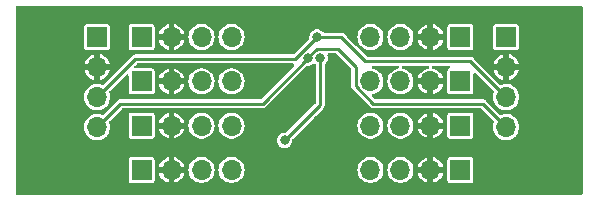
<source format=gbr>
%TF.GenerationSoftware,KiCad,Pcbnew,7.0.1*%
%TF.CreationDate,2025-01-23T23:10:33-05:00*%
%TF.ProjectId,BusChain,42757343-6861-4696-9e2e-6b696361645f,rev?*%
%TF.SameCoordinates,Original*%
%TF.FileFunction,Copper,L2,Bot*%
%TF.FilePolarity,Positive*%
%FSLAX46Y46*%
G04 Gerber Fmt 4.6, Leading zero omitted, Abs format (unit mm)*
G04 Created by KiCad (PCBNEW 7.0.1) date 2025-01-23 23:10:33*
%MOMM*%
%LPD*%
G01*
G04 APERTURE LIST*
%TA.AperFunction,ComponentPad*%
%ADD10R,1.700000X1.700000*%
%TD*%
%TA.AperFunction,ComponentPad*%
%ADD11O,1.700000X1.700000*%
%TD*%
%TA.AperFunction,ViaPad*%
%ADD12C,0.800000*%
%TD*%
%TA.AperFunction,Conductor*%
%ADD13C,0.250000*%
%TD*%
G04 APERTURE END LIST*
D10*
%TO.P,J7,1,Pin_1*%
%TO.N,/VCC*%
X57650000Y-29650000D03*
D11*
%TO.P,J7,2,Pin_2*%
%TO.N,GND*%
X55110000Y-29650000D03*
%TO.P,J7,3,Pin_3*%
%TO.N,/SD5*%
X52570000Y-29650000D03*
%TO.P,J7,4,Pin_4*%
%TO.N,/SC5*%
X50030000Y-29650000D03*
%TD*%
D10*
%TO.P,J4,1,Pin_1*%
%TO.N,/VCC*%
X30650000Y-29650000D03*
D11*
%TO.P,J4,2,Pin_2*%
%TO.N,GND*%
X33190000Y-29650000D03*
%TO.P,J4,3,Pin_3*%
%TO.N,/SD2*%
X35730000Y-29650000D03*
%TO.P,J4,4,Pin_4*%
%TO.N,/SC2*%
X38270000Y-29650000D03*
%TD*%
D10*
%TO.P,J5,1,Pin_1*%
%TO.N,/VCC*%
X30650000Y-33400000D03*
D11*
%TO.P,J5,2,Pin_2*%
%TO.N,GND*%
X33190000Y-33400000D03*
%TO.P,J5,3,Pin_3*%
%TO.N,/SD3*%
X35730000Y-33400000D03*
%TO.P,J5,4,Pin_4*%
%TO.N,/SC3*%
X38270000Y-33400000D03*
%TD*%
D10*
%TO.P,J8,1,Pin_1*%
%TO.N,/VCC*%
X57650000Y-25900000D03*
D11*
%TO.P,J8,2,Pin_2*%
%TO.N,GND*%
X55110000Y-25900000D03*
%TO.P,J8,3,Pin_3*%
%TO.N,/SD6*%
X52570000Y-25900000D03*
%TO.P,J8,4,Pin_4*%
%TO.N,/SC6*%
X50030000Y-25900000D03*
%TD*%
D10*
%TO.P,J2,1,Pin_1*%
%TO.N,/VCC*%
X30650000Y-22150000D03*
D11*
%TO.P,J2,2,Pin_2*%
%TO.N,GND*%
X33190000Y-22150000D03*
%TO.P,J2,3,Pin_3*%
%TO.N,/SD0*%
X35730000Y-22150000D03*
%TO.P,J2,4,Pin_4*%
%TO.N,/SC0*%
X38270000Y-22150000D03*
%TD*%
D10*
%TO.P,J1,1,Pin_1*%
%TO.N,/V?*%
X26900000Y-22150000D03*
D11*
%TO.P,J1,2,Pin_2*%
%TO.N,GND*%
X26900000Y-24690000D03*
%TO.P,J1,3,Pin_3*%
%TO.N,/SDA*%
X26900000Y-27230000D03*
%TO.P,J1,4,Pin_4*%
%TO.N,/SCL*%
X26900000Y-29770000D03*
%TD*%
D10*
%TO.P,J9,1,Pin_1*%
%TO.N,/VCC*%
X57650000Y-22150000D03*
D11*
%TO.P,J9,2,Pin_2*%
%TO.N,GND*%
X55110000Y-22150000D03*
%TO.P,J9,3,Pin_3*%
%TO.N,/SD7*%
X52570000Y-22150000D03*
%TO.P,J9,4,Pin_4*%
%TO.N,/SC7*%
X50030000Y-22150000D03*
%TD*%
D10*
%TO.P,J6,1,Pin_1*%
%TO.N,/VCC*%
X57650000Y-33400000D03*
D11*
%TO.P,J6,2,Pin_2*%
%TO.N,GND*%
X55110000Y-33400000D03*
%TO.P,J6,3,Pin_3*%
%TO.N,/SD4*%
X52570000Y-33400000D03*
%TO.P,J6,4,Pin_4*%
%TO.N,/SC4*%
X50030000Y-33400000D03*
%TD*%
D10*
%TO.P,J10,1,Pin_1*%
%TO.N,/VCC*%
X61525000Y-22150000D03*
D11*
%TO.P,J10,2,Pin_2*%
%TO.N,GND*%
X61525000Y-24690000D03*
%TO.P,J10,3,Pin_3*%
%TO.N,/SDA*%
X61525000Y-27230000D03*
%TO.P,J10,4,Pin_4*%
%TO.N,/SCL*%
X61525000Y-29770000D03*
%TD*%
D10*
%TO.P,J3,1,Pin_1*%
%TO.N,/VCC*%
X30650000Y-25900000D03*
D11*
%TO.P,J3,2,Pin_2*%
%TO.N,GND*%
X33190000Y-25900000D03*
%TO.P,J3,3,Pin_3*%
%TO.N,/SD1*%
X35730000Y-25900000D03*
%TO.P,J3,4,Pin_4*%
%TO.N,/SC1*%
X38270000Y-25900000D03*
%TD*%
D12*
%TO.N,GND*%
X45602300Y-29197700D03*
X47750000Y-20750000D03*
X44977701Y-30622299D03*
X21000000Y-34500000D03*
X67250000Y-33100000D03*
X40949500Y-30601788D03*
X25500000Y-34500000D03*
X42525500Y-29015497D03*
%TO.N,Net-(JP1-B)*%
X42762701Y-30907299D03*
X45770000Y-23900000D03*
%TO.N,/SCL*%
X44770783Y-23923815D03*
%TO.N,/SDA*%
X45520000Y-22150000D03*
%TD*%
D13*
%TO.N,Net-(JP1-B)*%
X45770000Y-27900000D02*
X45770000Y-23900000D01*
X42762701Y-30907299D02*
X45770000Y-27900000D01*
%TO.N,/SCL*%
X48770000Y-26301701D02*
X50268299Y-27800000D01*
X44770783Y-23923815D02*
X44770783Y-23873912D01*
X28870000Y-27800000D02*
X40894598Y-27800000D01*
X26900000Y-29770000D02*
X28870000Y-27800000D01*
X48770000Y-24650000D02*
X48770000Y-26301701D01*
X50268299Y-27800000D02*
X59555000Y-27800000D01*
X59555000Y-27800000D02*
X61525000Y-29770000D01*
X44770783Y-23873912D02*
X45494695Y-23150000D01*
X45494695Y-23150000D02*
X47270000Y-23150000D01*
X47270000Y-23150000D02*
X48770000Y-24650000D01*
X40894598Y-27800000D02*
X44770783Y-23923815D01*
%TO.N,/SDA*%
X43600000Y-24000000D02*
X30130000Y-24000000D01*
X30130000Y-24000000D02*
X26900000Y-27230000D01*
X49600000Y-24200000D02*
X58495000Y-24200000D01*
X45520000Y-22150000D02*
X43635000Y-24035000D01*
X43635000Y-24035000D02*
X43600000Y-24000000D01*
X45520000Y-22150000D02*
X47550000Y-22150000D01*
X58495000Y-24200000D02*
X61525000Y-27230000D01*
X47550000Y-22150000D02*
X49600000Y-24200000D01*
%TD*%
%TA.AperFunction,Conductor*%
%TO.N,GND*%
G36*
X67937500Y-19517113D02*
G01*
X67982887Y-19562500D01*
X67999500Y-19624500D01*
X67999500Y-35375500D01*
X67982887Y-35437500D01*
X67937500Y-35482887D01*
X67875500Y-35499500D01*
X20124500Y-35499500D01*
X20062500Y-35482887D01*
X20017113Y-35437500D01*
X20000500Y-35375500D01*
X20000500Y-34274675D01*
X29549500Y-34274675D01*
X29564033Y-34347738D01*
X29564033Y-34347739D01*
X29564034Y-34347740D01*
X29619399Y-34430601D01*
X29702260Y-34485966D01*
X29738792Y-34493232D01*
X29775325Y-34500500D01*
X29775326Y-34500500D01*
X31524674Y-34500500D01*
X31524675Y-34500500D01*
X31549029Y-34495655D01*
X31597740Y-34485966D01*
X31680601Y-34430601D01*
X31735966Y-34347740D01*
X31750500Y-34274674D01*
X31750500Y-33650000D01*
X32117472Y-33650000D01*
X32159886Y-33799069D01*
X32250751Y-33981553D01*
X32373607Y-34144241D01*
X32524259Y-34281578D01*
X32697588Y-34388899D01*
X32887679Y-34462539D01*
X32940000Y-34472320D01*
X32940000Y-33650000D01*
X33440000Y-33650000D01*
X33440000Y-34472320D01*
X33492320Y-34462539D01*
X33682411Y-34388899D01*
X33855740Y-34281578D01*
X34006392Y-34144241D01*
X34129248Y-33981553D01*
X34220113Y-33799069D01*
X34262528Y-33650000D01*
X33440000Y-33650000D01*
X32940000Y-33650000D01*
X32117472Y-33650000D01*
X31750500Y-33650000D01*
X31750500Y-33400000D01*
X34624785Y-33400000D01*
X34643602Y-33603083D01*
X34699418Y-33799251D01*
X34790324Y-33981818D01*
X34913236Y-34144580D01*
X35063958Y-34281981D01*
X35237361Y-34389347D01*
X35237363Y-34389348D01*
X35427544Y-34463024D01*
X35628024Y-34500500D01*
X35831974Y-34500500D01*
X35831976Y-34500500D01*
X36032456Y-34463024D01*
X36222637Y-34389348D01*
X36396041Y-34281981D01*
X36546764Y-34144579D01*
X36669673Y-33981821D01*
X36669673Y-33981819D01*
X36669675Y-33981818D01*
X36715313Y-33890161D01*
X36760582Y-33799250D01*
X36816397Y-33603083D01*
X36835215Y-33400000D01*
X36835215Y-33399999D01*
X37164785Y-33399999D01*
X37183602Y-33603083D01*
X37239418Y-33799251D01*
X37330324Y-33981818D01*
X37453236Y-34144580D01*
X37603958Y-34281981D01*
X37777361Y-34389347D01*
X37777363Y-34389348D01*
X37967544Y-34463024D01*
X38168024Y-34500500D01*
X38371974Y-34500500D01*
X38371976Y-34500500D01*
X38572456Y-34463024D01*
X38762637Y-34389348D01*
X38936041Y-34281981D01*
X39086764Y-34144579D01*
X39209673Y-33981821D01*
X39209673Y-33981819D01*
X39209675Y-33981818D01*
X39255313Y-33890161D01*
X39300582Y-33799250D01*
X39356397Y-33603083D01*
X39375215Y-33400000D01*
X39375215Y-33399999D01*
X48924785Y-33399999D01*
X48943602Y-33603083D01*
X48999418Y-33799251D01*
X49090324Y-33981818D01*
X49213236Y-34144580D01*
X49363958Y-34281981D01*
X49537361Y-34389347D01*
X49537363Y-34389348D01*
X49727544Y-34463024D01*
X49928024Y-34500500D01*
X50131974Y-34500500D01*
X50131976Y-34500500D01*
X50332456Y-34463024D01*
X50522637Y-34389348D01*
X50696041Y-34281981D01*
X50846764Y-34144579D01*
X50969673Y-33981821D01*
X50969673Y-33981819D01*
X50969675Y-33981818D01*
X51015313Y-33890161D01*
X51060582Y-33799250D01*
X51116397Y-33603083D01*
X51135215Y-33400000D01*
X51135215Y-33399999D01*
X51464785Y-33399999D01*
X51483602Y-33603083D01*
X51539418Y-33799251D01*
X51630324Y-33981818D01*
X51753236Y-34144580D01*
X51903958Y-34281981D01*
X52077361Y-34389347D01*
X52077363Y-34389348D01*
X52267544Y-34463024D01*
X52468024Y-34500500D01*
X52671974Y-34500500D01*
X52671976Y-34500500D01*
X52872456Y-34463024D01*
X53062637Y-34389348D01*
X53236041Y-34281981D01*
X53386764Y-34144579D01*
X53509673Y-33981821D01*
X53509673Y-33981819D01*
X53509675Y-33981818D01*
X53555313Y-33890161D01*
X53600582Y-33799250D01*
X53643048Y-33650000D01*
X54037472Y-33650000D01*
X54079886Y-33799069D01*
X54170751Y-33981553D01*
X54293607Y-34144241D01*
X54444259Y-34281578D01*
X54617588Y-34388899D01*
X54807679Y-34462539D01*
X54860000Y-34472320D01*
X54860000Y-33650000D01*
X55360000Y-33650000D01*
X55360000Y-34472320D01*
X55412320Y-34462539D01*
X55602411Y-34388899D01*
X55775740Y-34281578D01*
X55783312Y-34274675D01*
X56549500Y-34274675D01*
X56564033Y-34347738D01*
X56564033Y-34347739D01*
X56564034Y-34347740D01*
X56619399Y-34430601D01*
X56702260Y-34485966D01*
X56738792Y-34493232D01*
X56775325Y-34500500D01*
X56775326Y-34500500D01*
X58524674Y-34500500D01*
X58524675Y-34500500D01*
X58549029Y-34495655D01*
X58597740Y-34485966D01*
X58680601Y-34430601D01*
X58735966Y-34347740D01*
X58750500Y-34274674D01*
X58750500Y-32525326D01*
X58749126Y-32518421D01*
X58735966Y-32452261D01*
X58735966Y-32452260D01*
X58680601Y-32369399D01*
X58597740Y-32314034D01*
X58597739Y-32314033D01*
X58597738Y-32314033D01*
X58524675Y-32299500D01*
X58524674Y-32299500D01*
X56775326Y-32299500D01*
X56775325Y-32299500D01*
X56702261Y-32314033D01*
X56619399Y-32369399D01*
X56564033Y-32452261D01*
X56549500Y-32525325D01*
X56549500Y-34274675D01*
X55783312Y-34274675D01*
X55926392Y-34144241D01*
X56049248Y-33981553D01*
X56140113Y-33799069D01*
X56182528Y-33650000D01*
X55360000Y-33650000D01*
X54860000Y-33650000D01*
X54037472Y-33650000D01*
X53643048Y-33650000D01*
X53656397Y-33603083D01*
X53675215Y-33400000D01*
X53656397Y-33196917D01*
X53643048Y-33149999D01*
X54037471Y-33149999D01*
X54037472Y-33150000D01*
X54860000Y-33150000D01*
X54860000Y-32327680D01*
X55360000Y-32327680D01*
X55360000Y-33150000D01*
X56182528Y-33150000D01*
X56182528Y-33149999D01*
X56140113Y-33000930D01*
X56049248Y-32818446D01*
X55926392Y-32655758D01*
X55775740Y-32518421D01*
X55602411Y-32411100D01*
X55412320Y-32337460D01*
X55360000Y-32327680D01*
X54860000Y-32327680D01*
X54807679Y-32337460D01*
X54617588Y-32411100D01*
X54444259Y-32518421D01*
X54293607Y-32655758D01*
X54170751Y-32818446D01*
X54079886Y-33000930D01*
X54037471Y-33149999D01*
X53643048Y-33149999D01*
X53600582Y-33000750D01*
X53600209Y-33000001D01*
X53509675Y-32818181D01*
X53386763Y-32655419D01*
X53236041Y-32518018D01*
X53062638Y-32410652D01*
X52872457Y-32336976D01*
X52749726Y-32314034D01*
X52671976Y-32299500D01*
X52468024Y-32299500D01*
X52390279Y-32314033D01*
X52267542Y-32336976D01*
X52077361Y-32410652D01*
X51903958Y-32518018D01*
X51753236Y-32655419D01*
X51630324Y-32818181D01*
X51539418Y-33000748D01*
X51483602Y-33196916D01*
X51464785Y-33399999D01*
X51135215Y-33399999D01*
X51116397Y-33196917D01*
X51060582Y-33000750D01*
X51060209Y-33000001D01*
X50969675Y-32818181D01*
X50846763Y-32655419D01*
X50696041Y-32518018D01*
X50522638Y-32410652D01*
X50332457Y-32336976D01*
X50209726Y-32314034D01*
X50131976Y-32299500D01*
X49928024Y-32299500D01*
X49850279Y-32314033D01*
X49727542Y-32336976D01*
X49537361Y-32410652D01*
X49363958Y-32518018D01*
X49213236Y-32655419D01*
X49090324Y-32818181D01*
X48999418Y-33000748D01*
X48943602Y-33196916D01*
X48924785Y-33399999D01*
X39375215Y-33399999D01*
X39356397Y-33196917D01*
X39300582Y-33000750D01*
X39300209Y-33000001D01*
X39209675Y-32818181D01*
X39086763Y-32655419D01*
X38936041Y-32518018D01*
X38762638Y-32410652D01*
X38572457Y-32336976D01*
X38449726Y-32314034D01*
X38371976Y-32299500D01*
X38168024Y-32299500D01*
X38090279Y-32314033D01*
X37967542Y-32336976D01*
X37777361Y-32410652D01*
X37603958Y-32518018D01*
X37453236Y-32655419D01*
X37330324Y-32818181D01*
X37239418Y-33000748D01*
X37183602Y-33196916D01*
X37164785Y-33399999D01*
X36835215Y-33399999D01*
X36816397Y-33196917D01*
X36760582Y-33000750D01*
X36760209Y-33000001D01*
X36669675Y-32818181D01*
X36546763Y-32655419D01*
X36396041Y-32518018D01*
X36222638Y-32410652D01*
X36032457Y-32336976D01*
X35909726Y-32314034D01*
X35831976Y-32299500D01*
X35628024Y-32299500D01*
X35550279Y-32314033D01*
X35427542Y-32336976D01*
X35237361Y-32410652D01*
X35063958Y-32518018D01*
X34913236Y-32655419D01*
X34790324Y-32818181D01*
X34699418Y-33000748D01*
X34643602Y-33196916D01*
X34624785Y-33400000D01*
X31750500Y-33400000D01*
X31750500Y-33149999D01*
X32117471Y-33149999D01*
X32117472Y-33150000D01*
X32940000Y-33150000D01*
X32940000Y-32327680D01*
X33440000Y-32327680D01*
X33440000Y-33150000D01*
X34262528Y-33150000D01*
X34262528Y-33149999D01*
X34220113Y-33000930D01*
X34129248Y-32818446D01*
X34006392Y-32655758D01*
X33855740Y-32518421D01*
X33682411Y-32411100D01*
X33492320Y-32337460D01*
X33440000Y-32327680D01*
X32940000Y-32327680D01*
X32887679Y-32337460D01*
X32697588Y-32411100D01*
X32524259Y-32518421D01*
X32373607Y-32655758D01*
X32250751Y-32818446D01*
X32159886Y-33000930D01*
X32117471Y-33149999D01*
X31750500Y-33149999D01*
X31750500Y-32525326D01*
X31749126Y-32518421D01*
X31735966Y-32452261D01*
X31735966Y-32452260D01*
X31680601Y-32369399D01*
X31597740Y-32314034D01*
X31597739Y-32314033D01*
X31597738Y-32314033D01*
X31524675Y-32299500D01*
X31524674Y-32299500D01*
X29775326Y-32299500D01*
X29775325Y-32299500D01*
X29702261Y-32314033D01*
X29619399Y-32369399D01*
X29564033Y-32452261D01*
X29549500Y-32525325D01*
X29549500Y-34274675D01*
X20000500Y-34274675D01*
X20000500Y-29769999D01*
X25794785Y-29769999D01*
X25813602Y-29973083D01*
X25869418Y-30169251D01*
X25960324Y-30351818D01*
X26083236Y-30514580D01*
X26233958Y-30651981D01*
X26393042Y-30750481D01*
X26407363Y-30759348D01*
X26597544Y-30833024D01*
X26798024Y-30870500D01*
X27001974Y-30870500D01*
X27001976Y-30870500D01*
X27202456Y-30833024D01*
X27392637Y-30759348D01*
X27566041Y-30651981D01*
X27620016Y-30602776D01*
X27705689Y-30524675D01*
X29549500Y-30524675D01*
X29564033Y-30597738D01*
X29564033Y-30597739D01*
X29564034Y-30597740D01*
X29619399Y-30680601D01*
X29702260Y-30735966D01*
X29738792Y-30743232D01*
X29775325Y-30750500D01*
X29775326Y-30750500D01*
X31524674Y-30750500D01*
X31524675Y-30750500D01*
X31549029Y-30745655D01*
X31597740Y-30735966D01*
X31680601Y-30680601D01*
X31735966Y-30597740D01*
X31750500Y-30524674D01*
X31750500Y-29900000D01*
X32117472Y-29900000D01*
X32159886Y-30049069D01*
X32250751Y-30231553D01*
X32373607Y-30394241D01*
X32524259Y-30531578D01*
X32697588Y-30638899D01*
X32887679Y-30712539D01*
X32940000Y-30722320D01*
X32940000Y-29900000D01*
X33440000Y-29900000D01*
X33440000Y-30722320D01*
X33492320Y-30712539D01*
X33682411Y-30638899D01*
X33855740Y-30531578D01*
X34006392Y-30394241D01*
X34129248Y-30231553D01*
X34220113Y-30049069D01*
X34262528Y-29900000D01*
X33440000Y-29900000D01*
X32940000Y-29900000D01*
X32117472Y-29900000D01*
X31750500Y-29900000D01*
X31750500Y-29649999D01*
X34624785Y-29649999D01*
X34643602Y-29853083D01*
X34699418Y-30049251D01*
X34790324Y-30231818D01*
X34913236Y-30394580D01*
X35063958Y-30531981D01*
X35237361Y-30639347D01*
X35237363Y-30639348D01*
X35427544Y-30713024D01*
X35628024Y-30750500D01*
X35831974Y-30750500D01*
X35831976Y-30750500D01*
X36032456Y-30713024D01*
X36222637Y-30639348D01*
X36396041Y-30531981D01*
X36546764Y-30394579D01*
X36669673Y-30231821D01*
X36669673Y-30231819D01*
X36669675Y-30231818D01*
X36715313Y-30140161D01*
X36760582Y-30049250D01*
X36816397Y-29853083D01*
X36835215Y-29650000D01*
X37164785Y-29650000D01*
X37183602Y-29853083D01*
X37239418Y-30049251D01*
X37330324Y-30231818D01*
X37453236Y-30394580D01*
X37603958Y-30531981D01*
X37777361Y-30639347D01*
X37777363Y-30639348D01*
X37967544Y-30713024D01*
X38168024Y-30750500D01*
X38371974Y-30750500D01*
X38371976Y-30750500D01*
X38572456Y-30713024D01*
X38762637Y-30639348D01*
X38936041Y-30531981D01*
X39086764Y-30394579D01*
X39209673Y-30231821D01*
X39209673Y-30231819D01*
X39209675Y-30231818D01*
X39255313Y-30140161D01*
X39300582Y-30049250D01*
X39356397Y-29853083D01*
X39375215Y-29650000D01*
X39356397Y-29446917D01*
X39300582Y-29250750D01*
X39269426Y-29188179D01*
X39209675Y-29068181D01*
X39086763Y-28905419D01*
X38936041Y-28768018D01*
X38762638Y-28660652D01*
X38572457Y-28586976D01*
X38449726Y-28564034D01*
X38371976Y-28549500D01*
X38168024Y-28549500D01*
X38090279Y-28564033D01*
X37967542Y-28586976D01*
X37777361Y-28660652D01*
X37603958Y-28768018D01*
X37453236Y-28905419D01*
X37330324Y-29068181D01*
X37239418Y-29250748D01*
X37183602Y-29446916D01*
X37164785Y-29650000D01*
X36835215Y-29650000D01*
X36816397Y-29446917D01*
X36760582Y-29250750D01*
X36729426Y-29188179D01*
X36669675Y-29068181D01*
X36546763Y-28905419D01*
X36396041Y-28768018D01*
X36222638Y-28660652D01*
X36032457Y-28586976D01*
X35909726Y-28564034D01*
X35831976Y-28549500D01*
X35628024Y-28549500D01*
X35550279Y-28564033D01*
X35427542Y-28586976D01*
X35237361Y-28660652D01*
X35063958Y-28768018D01*
X34913236Y-28905419D01*
X34790324Y-29068181D01*
X34699418Y-29250748D01*
X34643602Y-29446916D01*
X34624785Y-29649999D01*
X31750500Y-29649999D01*
X31750500Y-29399999D01*
X32117471Y-29399999D01*
X32117472Y-29400000D01*
X32940000Y-29400000D01*
X32940000Y-28577680D01*
X33440000Y-28577680D01*
X33440000Y-29400000D01*
X34262528Y-29400000D01*
X34262528Y-29399999D01*
X34220113Y-29250930D01*
X34129248Y-29068446D01*
X34006392Y-28905758D01*
X33855740Y-28768421D01*
X33682411Y-28661100D01*
X33492320Y-28587460D01*
X33440000Y-28577680D01*
X32940000Y-28577680D01*
X32887679Y-28587460D01*
X32697588Y-28661100D01*
X32524259Y-28768421D01*
X32373607Y-28905758D01*
X32250751Y-29068446D01*
X32159886Y-29250930D01*
X32117471Y-29399999D01*
X31750500Y-29399999D01*
X31750500Y-28775326D01*
X31749126Y-28768421D01*
X31735966Y-28702261D01*
X31735966Y-28702260D01*
X31680601Y-28619399D01*
X31597740Y-28564034D01*
X31597739Y-28564033D01*
X31597738Y-28564033D01*
X31524675Y-28549500D01*
X31524674Y-28549500D01*
X29775326Y-28549500D01*
X29775325Y-28549500D01*
X29702261Y-28564033D01*
X29619399Y-28619399D01*
X29564033Y-28702261D01*
X29549500Y-28775325D01*
X29549500Y-30524675D01*
X27705689Y-30524675D01*
X27716763Y-30514580D01*
X27716764Y-30514579D01*
X27839673Y-30351821D01*
X27839673Y-30351819D01*
X27839675Y-30351818D01*
X27891688Y-30247360D01*
X27930582Y-30169250D01*
X27986397Y-29973083D01*
X28005215Y-29770000D01*
X27986397Y-29566917D01*
X27930582Y-29370750D01*
X27930581Y-29370748D01*
X27928308Y-29362758D01*
X27927556Y-29297653D01*
X27959891Y-29241144D01*
X28989217Y-28211819D01*
X29029446Y-28184939D01*
X29076899Y-28175500D01*
X40842793Y-28175500D01*
X40868239Y-28178139D01*
X40872038Y-28178935D01*
X40878866Y-28180367D01*
X40908736Y-28176643D01*
X40910275Y-28176452D01*
X40925612Y-28175500D01*
X40925709Y-28175500D01*
X40925712Y-28175500D01*
X40946241Y-28172073D01*
X40951257Y-28171342D01*
X41003224Y-28164866D01*
X41003226Y-28164864D01*
X41011055Y-28163889D01*
X41011264Y-28163822D01*
X41018205Y-28160065D01*
X41018208Y-28160065D01*
X41064264Y-28135140D01*
X41068742Y-28132835D01*
X41115809Y-28109826D01*
X41115810Y-28109824D01*
X41122906Y-28106356D01*
X41123074Y-28106230D01*
X41128422Y-28100419D01*
X41128424Y-28100419D01*
X41163892Y-28061889D01*
X41167393Y-28058240D01*
X44615000Y-24610633D01*
X44655228Y-24583754D01*
X44702681Y-24574315D01*
X44849768Y-24574315D01*
X45003148Y-24536511D01*
X45143023Y-24463098D01*
X45188277Y-24423006D01*
X45237925Y-24396180D01*
X45294324Y-24394135D01*
X45345788Y-24417297D01*
X45381657Y-24460869D01*
X45394500Y-24515825D01*
X45394500Y-27693101D01*
X45385061Y-27740554D01*
X45358181Y-27780782D01*
X42918481Y-30220480D01*
X42878253Y-30247360D01*
X42830800Y-30256799D01*
X42683716Y-30256799D01*
X42530336Y-30294602D01*
X42390462Y-30368015D01*
X42272216Y-30472770D01*
X42182481Y-30602775D01*
X42126464Y-30750480D01*
X42107422Y-30907299D01*
X42126464Y-31064117D01*
X42182481Y-31211822D01*
X42272216Y-31341827D01*
X42272217Y-31341828D01*
X42272218Y-31341829D01*
X42390461Y-31446582D01*
X42530336Y-31519995D01*
X42683716Y-31557799D01*
X42841686Y-31557799D01*
X42995066Y-31519995D01*
X43134941Y-31446582D01*
X43253184Y-31341829D01*
X43342921Y-31211822D01*
X43398938Y-31064117D01*
X43417979Y-30907299D01*
X43411803Y-30856442D01*
X43417681Y-30801050D01*
X43447216Y-30753819D01*
X44551035Y-29650000D01*
X48924785Y-29650000D01*
X48943602Y-29853083D01*
X48999418Y-30049251D01*
X49090324Y-30231818D01*
X49213236Y-30394580D01*
X49363958Y-30531981D01*
X49537361Y-30639347D01*
X49537363Y-30639348D01*
X49727544Y-30713024D01*
X49928024Y-30750500D01*
X50131974Y-30750500D01*
X50131976Y-30750500D01*
X50332456Y-30713024D01*
X50522637Y-30639348D01*
X50696041Y-30531981D01*
X50846764Y-30394579D01*
X50969673Y-30231821D01*
X50969673Y-30231819D01*
X50969675Y-30231818D01*
X51015313Y-30140161D01*
X51060582Y-30049250D01*
X51116397Y-29853083D01*
X51135215Y-29650000D01*
X51464785Y-29650000D01*
X51483602Y-29853083D01*
X51539418Y-30049251D01*
X51630324Y-30231818D01*
X51753236Y-30394580D01*
X51903958Y-30531981D01*
X52077361Y-30639347D01*
X52077363Y-30639348D01*
X52267544Y-30713024D01*
X52468024Y-30750500D01*
X52671974Y-30750500D01*
X52671976Y-30750500D01*
X52872456Y-30713024D01*
X53062637Y-30639348D01*
X53236041Y-30531981D01*
X53386764Y-30394579D01*
X53509673Y-30231821D01*
X53509673Y-30231819D01*
X53509675Y-30231818D01*
X53555313Y-30140161D01*
X53600582Y-30049250D01*
X53643048Y-29900000D01*
X54037472Y-29900000D01*
X54079886Y-30049069D01*
X54170751Y-30231553D01*
X54293607Y-30394241D01*
X54444259Y-30531578D01*
X54617588Y-30638899D01*
X54807679Y-30712539D01*
X54860000Y-30722320D01*
X54860000Y-29900000D01*
X55360000Y-29900000D01*
X55360000Y-30722320D01*
X55412320Y-30712539D01*
X55602411Y-30638899D01*
X55775740Y-30531578D01*
X55783312Y-30524675D01*
X56549500Y-30524675D01*
X56564033Y-30597738D01*
X56564033Y-30597739D01*
X56564034Y-30597740D01*
X56619399Y-30680601D01*
X56702260Y-30735966D01*
X56738792Y-30743232D01*
X56775325Y-30750500D01*
X56775326Y-30750500D01*
X58524674Y-30750500D01*
X58524675Y-30750500D01*
X58549029Y-30745655D01*
X58597740Y-30735966D01*
X58680601Y-30680601D01*
X58735966Y-30597740D01*
X58750500Y-30524674D01*
X58750500Y-28775326D01*
X58749126Y-28768421D01*
X58735966Y-28702261D01*
X58735966Y-28702260D01*
X58680601Y-28619399D01*
X58597740Y-28564034D01*
X58597739Y-28564033D01*
X58597738Y-28564033D01*
X58524675Y-28549500D01*
X58524674Y-28549500D01*
X56775326Y-28549500D01*
X56775325Y-28549500D01*
X56702261Y-28564033D01*
X56619399Y-28619399D01*
X56564033Y-28702261D01*
X56549500Y-28775325D01*
X56549500Y-30524675D01*
X55783312Y-30524675D01*
X55926392Y-30394241D01*
X56049248Y-30231553D01*
X56140113Y-30049069D01*
X56182528Y-29900000D01*
X55360000Y-29900000D01*
X54860000Y-29900000D01*
X54037472Y-29900000D01*
X53643048Y-29900000D01*
X53656397Y-29853083D01*
X53675215Y-29650000D01*
X53656397Y-29446917D01*
X53643048Y-29399999D01*
X54037471Y-29399999D01*
X54037472Y-29400000D01*
X54860000Y-29400000D01*
X54860000Y-28577680D01*
X55360000Y-28577680D01*
X55360000Y-29400000D01*
X56182528Y-29400000D01*
X56182528Y-29399999D01*
X56140113Y-29250930D01*
X56049248Y-29068446D01*
X55926392Y-28905758D01*
X55775740Y-28768421D01*
X55602411Y-28661100D01*
X55412320Y-28587460D01*
X55360000Y-28577680D01*
X54860000Y-28577680D01*
X54807679Y-28587460D01*
X54617588Y-28661100D01*
X54444259Y-28768421D01*
X54293607Y-28905758D01*
X54170751Y-29068446D01*
X54079886Y-29250930D01*
X54037471Y-29399999D01*
X53643048Y-29399999D01*
X53600582Y-29250750D01*
X53569426Y-29188179D01*
X53509675Y-29068181D01*
X53386763Y-28905419D01*
X53236041Y-28768018D01*
X53062638Y-28660652D01*
X52872457Y-28586976D01*
X52749726Y-28564034D01*
X52671976Y-28549500D01*
X52468024Y-28549500D01*
X52390279Y-28564033D01*
X52267542Y-28586976D01*
X52077361Y-28660652D01*
X51903958Y-28768018D01*
X51753236Y-28905419D01*
X51630324Y-29068181D01*
X51539418Y-29250748D01*
X51483602Y-29446916D01*
X51464785Y-29650000D01*
X51135215Y-29650000D01*
X51116397Y-29446917D01*
X51060582Y-29250750D01*
X51029426Y-29188179D01*
X50969675Y-29068181D01*
X50846763Y-28905419D01*
X50696041Y-28768018D01*
X50522638Y-28660652D01*
X50332457Y-28586976D01*
X50209726Y-28564034D01*
X50131976Y-28549500D01*
X49928024Y-28549500D01*
X49850279Y-28564033D01*
X49727542Y-28586976D01*
X49537361Y-28660652D01*
X49363958Y-28768018D01*
X49213236Y-28905419D01*
X49090324Y-29068181D01*
X48999418Y-29250748D01*
X48943602Y-29446916D01*
X48924785Y-29650000D01*
X44551035Y-29650000D01*
X45998889Y-28202146D01*
X46018741Y-28186025D01*
X46027836Y-28180084D01*
X46047273Y-28155110D01*
X46057453Y-28143583D01*
X46057519Y-28143518D01*
X46069624Y-28126561D01*
X46072627Y-28122534D01*
X46104809Y-28081189D01*
X46104810Y-28081185D01*
X46109666Y-28074947D01*
X46109753Y-28074778D01*
X46112008Y-28067200D01*
X46112010Y-28067199D01*
X46126951Y-28017009D01*
X46128479Y-28012238D01*
X46145500Y-27962660D01*
X46145500Y-27962656D01*
X46148060Y-27955199D01*
X46148093Y-27954969D01*
X46147767Y-27947090D01*
X46147768Y-27947088D01*
X46145605Y-27894806D01*
X46145500Y-27889684D01*
X46145500Y-24492203D01*
X46156425Y-24441312D01*
X46187271Y-24399389D01*
X46260483Y-24334530D01*
X46350220Y-24204523D01*
X46406237Y-24056818D01*
X46425278Y-23900000D01*
X46406237Y-23743182D01*
X46387383Y-23693470D01*
X46380230Y-23634553D01*
X46401276Y-23579060D01*
X46445700Y-23539703D01*
X46503326Y-23525500D01*
X47063101Y-23525500D01*
X47110554Y-23534939D01*
X47150782Y-23561819D01*
X48358181Y-24769218D01*
X48385061Y-24809446D01*
X48394500Y-24856899D01*
X48394500Y-26249896D01*
X48391861Y-26275342D01*
X48389633Y-26285969D01*
X48391289Y-26299251D01*
X48393548Y-26317378D01*
X48394500Y-26332715D01*
X48394500Y-26332817D01*
X48397918Y-26353303D01*
X48398657Y-26358371D01*
X48406107Y-26418139D01*
X48406185Y-26418383D01*
X48434827Y-26471309D01*
X48437171Y-26475863D01*
X48463634Y-26529993D01*
X48463779Y-26530186D01*
X48508080Y-26570968D01*
X48511779Y-26574517D01*
X49966149Y-28028888D01*
X49982275Y-28048744D01*
X49988215Y-28057836D01*
X50013189Y-28077274D01*
X50024706Y-28087445D01*
X50024781Y-28087520D01*
X50034709Y-28094608D01*
X50041698Y-28099598D01*
X50045807Y-28102662D01*
X50093340Y-28139658D01*
X50093531Y-28139757D01*
X50124690Y-28149033D01*
X50151254Y-28156941D01*
X50156091Y-28158490D01*
X50205639Y-28175500D01*
X50213096Y-28178060D01*
X50213329Y-28178093D01*
X50221208Y-28177767D01*
X50221211Y-28177768D01*
X50273492Y-28175605D01*
X50278615Y-28175500D01*
X59348101Y-28175500D01*
X59395554Y-28184939D01*
X59435782Y-28211819D01*
X60465106Y-29241143D01*
X60497443Y-29297654D01*
X60496691Y-29362758D01*
X60438603Y-29566914D01*
X60419785Y-29770000D01*
X60438602Y-29973083D01*
X60494418Y-30169251D01*
X60585324Y-30351818D01*
X60708236Y-30514580D01*
X60858958Y-30651981D01*
X61018042Y-30750481D01*
X61032363Y-30759348D01*
X61222544Y-30833024D01*
X61423024Y-30870500D01*
X61626974Y-30870500D01*
X61626976Y-30870500D01*
X61827456Y-30833024D01*
X62017637Y-30759348D01*
X62191041Y-30651981D01*
X62245016Y-30602776D01*
X62341763Y-30514580D01*
X62341764Y-30514579D01*
X62464673Y-30351821D01*
X62464673Y-30351819D01*
X62464675Y-30351818D01*
X62516688Y-30247360D01*
X62555582Y-30169250D01*
X62611397Y-29973083D01*
X62630215Y-29770000D01*
X62611397Y-29566917D01*
X62555582Y-29370750D01*
X62555209Y-29370001D01*
X62464675Y-29188181D01*
X62341763Y-29025419D01*
X62191041Y-28888018D01*
X62017638Y-28780652D01*
X61827457Y-28706976D01*
X61760629Y-28694483D01*
X61626976Y-28669500D01*
X61423024Y-28669500D01*
X61222544Y-28706976D01*
X61160956Y-28730834D01*
X61132445Y-28741880D01*
X61085742Y-28750238D01*
X61039318Y-28740445D01*
X60999971Y-28713934D01*
X60450903Y-28164866D01*
X59857149Y-27571111D01*
X59841022Y-27551253D01*
X59835083Y-27542162D01*
X59810110Y-27522725D01*
X59798593Y-27512554D01*
X59798519Y-27512480D01*
X59781594Y-27500397D01*
X59777480Y-27497330D01*
X59736189Y-27465191D01*
X59736186Y-27465190D01*
X59729963Y-27460346D01*
X59729761Y-27460242D01*
X59722200Y-27457990D01*
X59722199Y-27457990D01*
X59672036Y-27443055D01*
X59667174Y-27441497D01*
X59648637Y-27435134D01*
X59610202Y-27421939D01*
X59609969Y-27421906D01*
X59570265Y-27423548D01*
X59549806Y-27424394D01*
X59544684Y-27424500D01*
X50475198Y-27424500D01*
X50427745Y-27415061D01*
X50387517Y-27388181D01*
X50186990Y-27187654D01*
X50154301Y-27129755D01*
X50156220Y-27063293D01*
X50192197Y-27007377D01*
X50251884Y-26978085D01*
X50332456Y-26963024D01*
X50522637Y-26889348D01*
X50696041Y-26781981D01*
X50846764Y-26644579D01*
X50969673Y-26481821D01*
X50969673Y-26481819D01*
X50969675Y-26481818D01*
X51036298Y-26348019D01*
X51060582Y-26299250D01*
X51116397Y-26103083D01*
X51135215Y-25900000D01*
X51116397Y-25696917D01*
X51111270Y-25678899D01*
X51094200Y-25618904D01*
X51060582Y-25500750D01*
X51027465Y-25434241D01*
X50969675Y-25318181D01*
X50846763Y-25155419D01*
X50696041Y-25018018D01*
X50522638Y-24910652D01*
X50332457Y-24836976D01*
X50313736Y-24833476D01*
X50249066Y-24821387D01*
X50194115Y-24796106D01*
X50157662Y-24747833D01*
X50148383Y-24688059D01*
X50168487Y-24631007D01*
X50213190Y-24590254D01*
X50271854Y-24575500D01*
X52328146Y-24575500D01*
X52386810Y-24590254D01*
X52431513Y-24631007D01*
X52451617Y-24688059D01*
X52442338Y-24747833D01*
X52405885Y-24796106D01*
X52350933Y-24821387D01*
X52298119Y-24831260D01*
X52267542Y-24836976D01*
X52077361Y-24910652D01*
X51903958Y-25018018D01*
X51753236Y-25155419D01*
X51630324Y-25318181D01*
X51539418Y-25500748D01*
X51483602Y-25696916D01*
X51464785Y-25900000D01*
X51483602Y-26103083D01*
X51539418Y-26299251D01*
X51630324Y-26481818D01*
X51753236Y-26644580D01*
X51903958Y-26781981D01*
X52077361Y-26889347D01*
X52077363Y-26889348D01*
X52267544Y-26963024D01*
X52468024Y-27000500D01*
X52671974Y-27000500D01*
X52671976Y-27000500D01*
X52872456Y-26963024D01*
X53062637Y-26889348D01*
X53236041Y-26781981D01*
X53386764Y-26644579D01*
X53509673Y-26481821D01*
X53509673Y-26481819D01*
X53509675Y-26481818D01*
X53576298Y-26348019D01*
X53600582Y-26299250D01*
X53643048Y-26150000D01*
X54037472Y-26150000D01*
X54079886Y-26299069D01*
X54170751Y-26481553D01*
X54293607Y-26644241D01*
X54444259Y-26781578D01*
X54617588Y-26888899D01*
X54807679Y-26962539D01*
X54860000Y-26972320D01*
X54860000Y-26150000D01*
X55360000Y-26150000D01*
X55360000Y-26972320D01*
X55412320Y-26962539D01*
X55602411Y-26888899D01*
X55775740Y-26781578D01*
X55926392Y-26644241D01*
X56049248Y-26481553D01*
X56140113Y-26299069D01*
X56182528Y-26150000D01*
X55360000Y-26150000D01*
X54860000Y-26150000D01*
X54037472Y-26150000D01*
X53643048Y-26150000D01*
X53656397Y-26103083D01*
X53675215Y-25900000D01*
X53656397Y-25696917D01*
X53651270Y-25678899D01*
X53634200Y-25618904D01*
X53600582Y-25500750D01*
X53567465Y-25434241D01*
X53509675Y-25318181D01*
X53386763Y-25155419D01*
X53236041Y-25018018D01*
X53062638Y-24910652D01*
X52872457Y-24836976D01*
X52853736Y-24833476D01*
X52789066Y-24821387D01*
X52734115Y-24796106D01*
X52697662Y-24747833D01*
X52688383Y-24688059D01*
X52708487Y-24631007D01*
X52753190Y-24590254D01*
X52811854Y-24575500D01*
X54870867Y-24575500D01*
X54929531Y-24590254D01*
X54974234Y-24631007D01*
X54994338Y-24688059D01*
X54985059Y-24747833D01*
X54948606Y-24796106D01*
X54893652Y-24821389D01*
X54807679Y-24837459D01*
X54617588Y-24911100D01*
X54444259Y-25018421D01*
X54293607Y-25155758D01*
X54170751Y-25318446D01*
X54079886Y-25500930D01*
X54037471Y-25649999D01*
X54037472Y-25650000D01*
X56182528Y-25650000D01*
X56182528Y-25649999D01*
X56140113Y-25500930D01*
X56049248Y-25318446D01*
X55926392Y-25155758D01*
X55775740Y-25018421D01*
X55602411Y-24911100D01*
X55412320Y-24837459D01*
X55326348Y-24821389D01*
X55271394Y-24796106D01*
X55234941Y-24747833D01*
X55225662Y-24688059D01*
X55245766Y-24631007D01*
X55290469Y-24590254D01*
X55349133Y-24575500D01*
X56650479Y-24575500D01*
X56711068Y-24591311D01*
X56756207Y-24634711D01*
X56774383Y-24694632D01*
X56760963Y-24755796D01*
X56719369Y-24802603D01*
X56702261Y-24814033D01*
X56702260Y-24814034D01*
X56667200Y-24837460D01*
X56619399Y-24869399D01*
X56564033Y-24952261D01*
X56549500Y-25025325D01*
X56549500Y-26774675D01*
X56564033Y-26847738D01*
X56564033Y-26847739D01*
X56564034Y-26847740D01*
X56619399Y-26930601D01*
X56702260Y-26985966D01*
X56738792Y-26993232D01*
X56775325Y-27000500D01*
X56775326Y-27000500D01*
X58524674Y-27000500D01*
X58524675Y-27000500D01*
X58549029Y-26995655D01*
X58597740Y-26985966D01*
X58680601Y-26930601D01*
X58735966Y-26847740D01*
X58750500Y-26774674D01*
X58750500Y-25285899D01*
X58764015Y-25229604D01*
X58801615Y-25185581D01*
X58855102Y-25163426D01*
X58912818Y-25167968D01*
X58962181Y-25198218D01*
X60465106Y-26701143D01*
X60497443Y-26757654D01*
X60496691Y-26822758D01*
X60438603Y-27026914D01*
X60419785Y-27230000D01*
X60438602Y-27433083D01*
X60494418Y-27629251D01*
X60585324Y-27811818D01*
X60708236Y-27974580D01*
X60858958Y-28111981D01*
X61020203Y-28211819D01*
X61032363Y-28219348D01*
X61222544Y-28293024D01*
X61423024Y-28330500D01*
X61626974Y-28330500D01*
X61626976Y-28330500D01*
X61827456Y-28293024D01*
X62017637Y-28219348D01*
X62191041Y-28111981D01*
X62248031Y-28060028D01*
X62341763Y-27974580D01*
X62403940Y-27892244D01*
X62464673Y-27811821D01*
X62464673Y-27811819D01*
X62464675Y-27811818D01*
X62523788Y-27693101D01*
X62555582Y-27629250D01*
X62611397Y-27433083D01*
X62630215Y-27230000D01*
X62611397Y-27026917D01*
X62605837Y-27007377D01*
X62560416Y-26847740D01*
X62555582Y-26830750D01*
X62555209Y-26830001D01*
X62464675Y-26648181D01*
X62341763Y-26485419D01*
X62191041Y-26348018D01*
X62017638Y-26240652D01*
X61827457Y-26166976D01*
X61736642Y-26150000D01*
X61626976Y-26129500D01*
X61423024Y-26129500D01*
X61222544Y-26166976D01*
X61160956Y-26190834D01*
X61132445Y-26201880D01*
X61085742Y-26210238D01*
X61039318Y-26200445D01*
X60999971Y-26173934D01*
X59915106Y-25089069D01*
X59766037Y-24940000D01*
X60452472Y-24940000D01*
X60494886Y-25089069D01*
X60585751Y-25271553D01*
X60708607Y-25434241D01*
X60859259Y-25571578D01*
X61032588Y-25678899D01*
X61222679Y-25752539D01*
X61275000Y-25762320D01*
X61275000Y-24940000D01*
X61775000Y-24940000D01*
X61775000Y-25762320D01*
X61827320Y-25752539D01*
X62017411Y-25678899D01*
X62190740Y-25571578D01*
X62341392Y-25434241D01*
X62464248Y-25271553D01*
X62555113Y-25089069D01*
X62597528Y-24940000D01*
X61775000Y-24940000D01*
X61275000Y-24940000D01*
X60452472Y-24940000D01*
X59766037Y-24940000D01*
X59266037Y-24439999D01*
X60452471Y-24439999D01*
X60452472Y-24440000D01*
X61275000Y-24440000D01*
X61275000Y-23617680D01*
X61775000Y-23617680D01*
X61775000Y-24440000D01*
X62597528Y-24440000D01*
X62597528Y-24439999D01*
X62555113Y-24290930D01*
X62464248Y-24108446D01*
X62341392Y-23945758D01*
X62190740Y-23808421D01*
X62017411Y-23701100D01*
X61827320Y-23627460D01*
X61775000Y-23617680D01*
X61275000Y-23617680D01*
X61222679Y-23627460D01*
X61032588Y-23701100D01*
X60859259Y-23808421D01*
X60708607Y-23945758D01*
X60585751Y-24108446D01*
X60494886Y-24290930D01*
X60452471Y-24439999D01*
X59266037Y-24439999D01*
X58797149Y-23971111D01*
X58781022Y-23951253D01*
X58775083Y-23942162D01*
X58750110Y-23922725D01*
X58738593Y-23912554D01*
X58738519Y-23912480D01*
X58721594Y-23900397D01*
X58717480Y-23897330D01*
X58676189Y-23865191D01*
X58676186Y-23865190D01*
X58669963Y-23860346D01*
X58669761Y-23860242D01*
X58662200Y-23857990D01*
X58662199Y-23857990D01*
X58612036Y-23843055D01*
X58607174Y-23841497D01*
X58595780Y-23837586D01*
X58550202Y-23821939D01*
X58549969Y-23821906D01*
X58504910Y-23823769D01*
X58489806Y-23824394D01*
X58484684Y-23824500D01*
X49806899Y-23824500D01*
X49759446Y-23815061D01*
X49719218Y-23788181D01*
X48799036Y-22867999D01*
X48081038Y-22150000D01*
X48924785Y-22150000D01*
X48943602Y-22353083D01*
X48999418Y-22549251D01*
X49090324Y-22731818D01*
X49213236Y-22894580D01*
X49363958Y-23031981D01*
X49537361Y-23139347D01*
X49537363Y-23139348D01*
X49727544Y-23213024D01*
X49928024Y-23250500D01*
X50131974Y-23250500D01*
X50131976Y-23250500D01*
X50332456Y-23213024D01*
X50522637Y-23139348D01*
X50696041Y-23031981D01*
X50704056Y-23024674D01*
X50846763Y-22894580D01*
X50847019Y-22894241D01*
X50969673Y-22731821D01*
X50969673Y-22731819D01*
X50969675Y-22731818D01*
X51042270Y-22586026D01*
X51060582Y-22549250D01*
X51116397Y-22353083D01*
X51135215Y-22150000D01*
X51464785Y-22150000D01*
X51483602Y-22353083D01*
X51539418Y-22549251D01*
X51630324Y-22731818D01*
X51753236Y-22894580D01*
X51903958Y-23031981D01*
X52077361Y-23139347D01*
X52077363Y-23139348D01*
X52267544Y-23213024D01*
X52468024Y-23250500D01*
X52671974Y-23250500D01*
X52671976Y-23250500D01*
X52872456Y-23213024D01*
X53062637Y-23139348D01*
X53236041Y-23031981D01*
X53244056Y-23024674D01*
X53386763Y-22894580D01*
X53387019Y-22894241D01*
X53509673Y-22731821D01*
X53509673Y-22731819D01*
X53509675Y-22731818D01*
X53582270Y-22586026D01*
X53600582Y-22549250D01*
X53643048Y-22400000D01*
X54037472Y-22400000D01*
X54079886Y-22549069D01*
X54170751Y-22731553D01*
X54293607Y-22894241D01*
X54444259Y-23031578D01*
X54617588Y-23138899D01*
X54807679Y-23212539D01*
X54860000Y-23222320D01*
X54860000Y-22400000D01*
X55360000Y-22400000D01*
X55360000Y-23222320D01*
X55412320Y-23212539D01*
X55602411Y-23138899D01*
X55775740Y-23031578D01*
X55783312Y-23024675D01*
X56549500Y-23024675D01*
X56564033Y-23097738D01*
X56564033Y-23097739D01*
X56564034Y-23097740D01*
X56619399Y-23180601D01*
X56702260Y-23235966D01*
X56738792Y-23243232D01*
X56775325Y-23250500D01*
X56775326Y-23250500D01*
X58524674Y-23250500D01*
X58524675Y-23250500D01*
X58549029Y-23245655D01*
X58597740Y-23235966D01*
X58680601Y-23180601D01*
X58735966Y-23097740D01*
X58750500Y-23024675D01*
X60424500Y-23024675D01*
X60439033Y-23097738D01*
X60439033Y-23097739D01*
X60439034Y-23097740D01*
X60494399Y-23180601D01*
X60577260Y-23235966D01*
X60613792Y-23243232D01*
X60650325Y-23250500D01*
X60650326Y-23250500D01*
X62399674Y-23250500D01*
X62399675Y-23250500D01*
X62424029Y-23245655D01*
X62472740Y-23235966D01*
X62555601Y-23180601D01*
X62610966Y-23097740D01*
X62625500Y-23024674D01*
X62625500Y-21275326D01*
X62624126Y-21268421D01*
X62610966Y-21202261D01*
X62610966Y-21202260D01*
X62555601Y-21119399D01*
X62472740Y-21064034D01*
X62472739Y-21064033D01*
X62472738Y-21064033D01*
X62399675Y-21049500D01*
X62399674Y-21049500D01*
X60650326Y-21049500D01*
X60650325Y-21049500D01*
X60577261Y-21064033D01*
X60494399Y-21119399D01*
X60439033Y-21202261D01*
X60424500Y-21275325D01*
X60424500Y-23024675D01*
X58750500Y-23024675D01*
X58750500Y-23024674D01*
X58750500Y-21275326D01*
X58749126Y-21268421D01*
X58735966Y-21202261D01*
X58735966Y-21202260D01*
X58680601Y-21119399D01*
X58597740Y-21064034D01*
X58597739Y-21064033D01*
X58597738Y-21064033D01*
X58524675Y-21049500D01*
X58524674Y-21049500D01*
X56775326Y-21049500D01*
X56775325Y-21049500D01*
X56702261Y-21064033D01*
X56619399Y-21119399D01*
X56564033Y-21202261D01*
X56549500Y-21275325D01*
X56549500Y-23024675D01*
X55783312Y-23024675D01*
X55926392Y-22894241D01*
X56049248Y-22731553D01*
X56140113Y-22549069D01*
X56182528Y-22400000D01*
X55360000Y-22400000D01*
X54860000Y-22400000D01*
X54037472Y-22400000D01*
X53643048Y-22400000D01*
X53656397Y-22353083D01*
X53675215Y-22150000D01*
X53656397Y-21946917D01*
X53649054Y-21921111D01*
X53643047Y-21899999D01*
X54037471Y-21899999D01*
X54037472Y-21900000D01*
X54860000Y-21900000D01*
X54860000Y-21077680D01*
X55360000Y-21077680D01*
X55360000Y-21900000D01*
X56182528Y-21900000D01*
X56182528Y-21899999D01*
X56140113Y-21750930D01*
X56049248Y-21568446D01*
X55926392Y-21405758D01*
X55775740Y-21268421D01*
X55602411Y-21161100D01*
X55412320Y-21087460D01*
X55360000Y-21077680D01*
X54860000Y-21077680D01*
X54807679Y-21087460D01*
X54617588Y-21161100D01*
X54444259Y-21268421D01*
X54293607Y-21405758D01*
X54170751Y-21568446D01*
X54079886Y-21750930D01*
X54037471Y-21899999D01*
X53643047Y-21899999D01*
X53618917Y-21815191D01*
X53600582Y-21750750D01*
X53600209Y-21750001D01*
X53509675Y-21568181D01*
X53386763Y-21405419D01*
X53236041Y-21268018D01*
X53062638Y-21160652D01*
X52872457Y-21086976D01*
X52749726Y-21064034D01*
X52671976Y-21049500D01*
X52468024Y-21049500D01*
X52390279Y-21064033D01*
X52267542Y-21086976D01*
X52077361Y-21160652D01*
X51903958Y-21268018D01*
X51753236Y-21405419D01*
X51630324Y-21568181D01*
X51539418Y-21750748D01*
X51483602Y-21946916D01*
X51464785Y-22150000D01*
X51135215Y-22150000D01*
X51116397Y-21946917D01*
X51109054Y-21921111D01*
X51078917Y-21815191D01*
X51060582Y-21750750D01*
X51060209Y-21750001D01*
X50969675Y-21568181D01*
X50846763Y-21405419D01*
X50696041Y-21268018D01*
X50522638Y-21160652D01*
X50332457Y-21086976D01*
X50209726Y-21064034D01*
X50131976Y-21049500D01*
X49928024Y-21049500D01*
X49850279Y-21064033D01*
X49727542Y-21086976D01*
X49537361Y-21160652D01*
X49363958Y-21268018D01*
X49213236Y-21405419D01*
X49090324Y-21568181D01*
X48999418Y-21750748D01*
X48943602Y-21946916D01*
X48924785Y-22150000D01*
X48081038Y-22150000D01*
X47852149Y-21921111D01*
X47836022Y-21901253D01*
X47835203Y-21900000D01*
X47830084Y-21892164D01*
X47830083Y-21892162D01*
X47805110Y-21872725D01*
X47793593Y-21862554D01*
X47793519Y-21862480D01*
X47776594Y-21850397D01*
X47772480Y-21847330D01*
X47731189Y-21815191D01*
X47731186Y-21815190D01*
X47724963Y-21810346D01*
X47724761Y-21810242D01*
X47717200Y-21807990D01*
X47717199Y-21807990D01*
X47667036Y-21793055D01*
X47662174Y-21791497D01*
X47650780Y-21787586D01*
X47605202Y-21771939D01*
X47604969Y-21771906D01*
X47559910Y-21773769D01*
X47544806Y-21774394D01*
X47539684Y-21774500D01*
X46116308Y-21774500D01*
X46058681Y-21760296D01*
X46014257Y-21720938D01*
X46010484Y-21715471D01*
X46010483Y-21715470D01*
X45892240Y-21610717D01*
X45878994Y-21603764D01*
X45752364Y-21537303D01*
X45598985Y-21499500D01*
X45441015Y-21499500D01*
X45287635Y-21537303D01*
X45147761Y-21610716D01*
X45029515Y-21715471D01*
X44939780Y-21845476D01*
X44883763Y-21993181D01*
X44864721Y-22150000D01*
X44870896Y-22200853D01*
X44865017Y-22256249D01*
X44835481Y-22303480D01*
X43550781Y-23588181D01*
X43510553Y-23615061D01*
X43463100Y-23624500D01*
X30181804Y-23624500D01*
X30156358Y-23621861D01*
X30145732Y-23619633D01*
X30114323Y-23623548D01*
X30098986Y-23624500D01*
X30098884Y-23624500D01*
X30078399Y-23627918D01*
X30073332Y-23628657D01*
X30013567Y-23636107D01*
X30013312Y-23636189D01*
X29960370Y-23664838D01*
X29955820Y-23667180D01*
X29901715Y-23693632D01*
X29901505Y-23693788D01*
X29860718Y-23738094D01*
X29857171Y-23741790D01*
X27425028Y-26173933D01*
X27385681Y-26200444D01*
X27339258Y-26210237D01*
X27292555Y-26201879D01*
X27202459Y-26166977D01*
X27202458Y-26166976D01*
X27202456Y-26166976D01*
X27001976Y-26129500D01*
X26798024Y-26129500D01*
X26697783Y-26148238D01*
X26597542Y-26166976D01*
X26407361Y-26240652D01*
X26233958Y-26348018D01*
X26083236Y-26485419D01*
X25960324Y-26648181D01*
X25869418Y-26830748D01*
X25813602Y-27026916D01*
X25794785Y-27229999D01*
X25813602Y-27433083D01*
X25869418Y-27629251D01*
X25960324Y-27811818D01*
X26083236Y-27974580D01*
X26233958Y-28111981D01*
X26395203Y-28211819D01*
X26407363Y-28219348D01*
X26597544Y-28293024D01*
X26798024Y-28330500D01*
X27001974Y-28330500D01*
X27001976Y-28330500D01*
X27202456Y-28293024D01*
X27392637Y-28219348D01*
X27566041Y-28111981D01*
X27623031Y-28060028D01*
X27716763Y-27974580D01*
X27778940Y-27892244D01*
X27839673Y-27811821D01*
X27839673Y-27811819D01*
X27839675Y-27811818D01*
X27898788Y-27693101D01*
X27930582Y-27629250D01*
X27986397Y-27433083D01*
X28005215Y-27230000D01*
X27986397Y-27026917D01*
X27980837Y-27007377D01*
X27928308Y-26822758D01*
X27927556Y-26757653D01*
X27959891Y-26701144D01*
X29337818Y-25323219D01*
X29387182Y-25292969D01*
X29444898Y-25288427D01*
X29498385Y-25310582D01*
X29535985Y-25354605D01*
X29549500Y-25410900D01*
X29549500Y-26774675D01*
X29564033Y-26847738D01*
X29564033Y-26847739D01*
X29564034Y-26847740D01*
X29619399Y-26930601D01*
X29702260Y-26985966D01*
X29738792Y-26993232D01*
X29775325Y-27000500D01*
X29775326Y-27000500D01*
X31524674Y-27000500D01*
X31524675Y-27000500D01*
X31549029Y-26995655D01*
X31597740Y-26985966D01*
X31680601Y-26930601D01*
X31735966Y-26847740D01*
X31750500Y-26774674D01*
X31750500Y-26150000D01*
X32117472Y-26150000D01*
X32159886Y-26299069D01*
X32250751Y-26481553D01*
X32373607Y-26644241D01*
X32524259Y-26781578D01*
X32697588Y-26888899D01*
X32887679Y-26962539D01*
X32940000Y-26972320D01*
X32940000Y-26150000D01*
X33440000Y-26150000D01*
X33440000Y-26972320D01*
X33492320Y-26962539D01*
X33682411Y-26888899D01*
X33855740Y-26781578D01*
X34006392Y-26644241D01*
X34129248Y-26481553D01*
X34220113Y-26299069D01*
X34262528Y-26150000D01*
X33440000Y-26150000D01*
X32940000Y-26150000D01*
X32117472Y-26150000D01*
X31750500Y-26150000D01*
X31750500Y-25899999D01*
X34624785Y-25899999D01*
X34643602Y-26103083D01*
X34699418Y-26299251D01*
X34790324Y-26481818D01*
X34913236Y-26644580D01*
X35063958Y-26781981D01*
X35237361Y-26889347D01*
X35237363Y-26889348D01*
X35427544Y-26963024D01*
X35628024Y-27000500D01*
X35831974Y-27000500D01*
X35831976Y-27000500D01*
X36032456Y-26963024D01*
X36222637Y-26889348D01*
X36396041Y-26781981D01*
X36546764Y-26644579D01*
X36669673Y-26481821D01*
X36669673Y-26481819D01*
X36669675Y-26481818D01*
X36736298Y-26348019D01*
X36760582Y-26299250D01*
X36816397Y-26103083D01*
X36835215Y-25900000D01*
X37164785Y-25900000D01*
X37183602Y-26103083D01*
X37239418Y-26299251D01*
X37330324Y-26481818D01*
X37453236Y-26644580D01*
X37603958Y-26781981D01*
X37777361Y-26889347D01*
X37777363Y-26889348D01*
X37967544Y-26963024D01*
X38168024Y-27000500D01*
X38371974Y-27000500D01*
X38371976Y-27000500D01*
X38572456Y-26963024D01*
X38762637Y-26889348D01*
X38936041Y-26781981D01*
X39086764Y-26644579D01*
X39209673Y-26481821D01*
X39209673Y-26481819D01*
X39209675Y-26481818D01*
X39276298Y-26348019D01*
X39300582Y-26299250D01*
X39356397Y-26103083D01*
X39375215Y-25900000D01*
X39356397Y-25696917D01*
X39351270Y-25678899D01*
X39334200Y-25618904D01*
X39300582Y-25500750D01*
X39267465Y-25434241D01*
X39209675Y-25318181D01*
X39086763Y-25155419D01*
X38936041Y-25018018D01*
X38762638Y-24910652D01*
X38572457Y-24836976D01*
X38449726Y-24814034D01*
X38371976Y-24799500D01*
X38168024Y-24799500D01*
X38090279Y-24814033D01*
X37967542Y-24836976D01*
X37777361Y-24910652D01*
X37603958Y-25018018D01*
X37453236Y-25155419D01*
X37330324Y-25318181D01*
X37239418Y-25500748D01*
X37183602Y-25696916D01*
X37164785Y-25900000D01*
X36835215Y-25900000D01*
X36816397Y-25696917D01*
X36811270Y-25678899D01*
X36794200Y-25618904D01*
X36760582Y-25500750D01*
X36727465Y-25434241D01*
X36669675Y-25318181D01*
X36546763Y-25155419D01*
X36396041Y-25018018D01*
X36222638Y-24910652D01*
X36032457Y-24836976D01*
X35909726Y-24814034D01*
X35831976Y-24799500D01*
X35628024Y-24799500D01*
X35550279Y-24814033D01*
X35427542Y-24836976D01*
X35237361Y-24910652D01*
X35063958Y-25018018D01*
X34913236Y-25155419D01*
X34790324Y-25318181D01*
X34699418Y-25500748D01*
X34643602Y-25696916D01*
X34624785Y-25899999D01*
X31750500Y-25899999D01*
X31750500Y-25649999D01*
X32117471Y-25649999D01*
X32117472Y-25650000D01*
X32940000Y-25650000D01*
X32940000Y-24827680D01*
X33440000Y-24827680D01*
X33440000Y-25650000D01*
X34262528Y-25650000D01*
X34262528Y-25649999D01*
X34220113Y-25500930D01*
X34129248Y-25318446D01*
X34006392Y-25155758D01*
X33855740Y-25018421D01*
X33682411Y-24911100D01*
X33492320Y-24837460D01*
X33440000Y-24827680D01*
X32940000Y-24827680D01*
X32887679Y-24837460D01*
X32697588Y-24911100D01*
X32524259Y-25018421D01*
X32373607Y-25155758D01*
X32250751Y-25318446D01*
X32159886Y-25500930D01*
X32117471Y-25649999D01*
X31750500Y-25649999D01*
X31750500Y-25025326D01*
X31749126Y-25018421D01*
X31735966Y-24952261D01*
X31735966Y-24952260D01*
X31680601Y-24869399D01*
X31597740Y-24814034D01*
X31597739Y-24814033D01*
X31597738Y-24814033D01*
X31524675Y-24799500D01*
X31524674Y-24799500D01*
X30160900Y-24799500D01*
X30104605Y-24785985D01*
X30060582Y-24748385D01*
X30038427Y-24694898D01*
X30042969Y-24637182D01*
X30073219Y-24587819D01*
X30249219Y-24411819D01*
X30289447Y-24384939D01*
X30336900Y-24375500D01*
X43438726Y-24375500D01*
X43476268Y-24385837D01*
X43476360Y-24385403D01*
X43501587Y-24390692D01*
X43560124Y-24420822D01*
X43594988Y-24476670D01*
X43596349Y-24542493D01*
X43563824Y-24599734D01*
X40775379Y-27388181D01*
X40735151Y-27415061D01*
X40687698Y-27424500D01*
X28921804Y-27424500D01*
X28896358Y-27421861D01*
X28885732Y-27419633D01*
X28854323Y-27423548D01*
X28838986Y-27424500D01*
X28838884Y-27424500D01*
X28818399Y-27427918D01*
X28813332Y-27428657D01*
X28753567Y-27436107D01*
X28753312Y-27436189D01*
X28700370Y-27464838D01*
X28695820Y-27467180D01*
X28641715Y-27493632D01*
X28641505Y-27493788D01*
X28600719Y-27538093D01*
X28597172Y-27541789D01*
X27425028Y-28713933D01*
X27385681Y-28740444D01*
X27339258Y-28750237D01*
X27292555Y-28741879D01*
X27202459Y-28706977D01*
X27202458Y-28706976D01*
X27202456Y-28706976D01*
X27001976Y-28669500D01*
X26798024Y-28669500D01*
X26697784Y-28688237D01*
X26597542Y-28706976D01*
X26407361Y-28780652D01*
X26233958Y-28888018D01*
X26083236Y-29025419D01*
X25960324Y-29188181D01*
X25869418Y-29370748D01*
X25813602Y-29566916D01*
X25794785Y-29769999D01*
X20000500Y-29769999D01*
X20000500Y-24940000D01*
X25827472Y-24940000D01*
X25869886Y-25089069D01*
X25960751Y-25271553D01*
X26083607Y-25434241D01*
X26234259Y-25571578D01*
X26407588Y-25678899D01*
X26597679Y-25752539D01*
X26650000Y-25762320D01*
X26650000Y-24940000D01*
X27150000Y-24940000D01*
X27150000Y-25762320D01*
X27202320Y-25752539D01*
X27392411Y-25678899D01*
X27565740Y-25571578D01*
X27716392Y-25434241D01*
X27839248Y-25271553D01*
X27930113Y-25089069D01*
X27972528Y-24940000D01*
X27150000Y-24940000D01*
X26650000Y-24940000D01*
X25827472Y-24940000D01*
X20000500Y-24940000D01*
X20000500Y-24439999D01*
X25827471Y-24439999D01*
X25827472Y-24440000D01*
X26650000Y-24440000D01*
X26650000Y-23617680D01*
X27150000Y-23617680D01*
X27150000Y-24440000D01*
X27972528Y-24440000D01*
X27972528Y-24439999D01*
X27930113Y-24290930D01*
X27839248Y-24108446D01*
X27716392Y-23945758D01*
X27565740Y-23808421D01*
X27392411Y-23701100D01*
X27202320Y-23627460D01*
X27150000Y-23617680D01*
X26650000Y-23617680D01*
X26597679Y-23627460D01*
X26407588Y-23701100D01*
X26234259Y-23808421D01*
X26083607Y-23945758D01*
X25960751Y-24108446D01*
X25869886Y-24290930D01*
X25827471Y-24439999D01*
X20000500Y-24439999D01*
X20000500Y-23024675D01*
X25799500Y-23024675D01*
X25814033Y-23097738D01*
X25814033Y-23097739D01*
X25814034Y-23097740D01*
X25869399Y-23180601D01*
X25952260Y-23235966D01*
X25988792Y-23243232D01*
X26025325Y-23250500D01*
X26025326Y-23250500D01*
X27774674Y-23250500D01*
X27774675Y-23250500D01*
X27799029Y-23245655D01*
X27847740Y-23235966D01*
X27930601Y-23180601D01*
X27985966Y-23097740D01*
X28000500Y-23024675D01*
X29549500Y-23024675D01*
X29564033Y-23097738D01*
X29564033Y-23097739D01*
X29564034Y-23097740D01*
X29619399Y-23180601D01*
X29702260Y-23235966D01*
X29738792Y-23243232D01*
X29775325Y-23250500D01*
X29775326Y-23250500D01*
X31524674Y-23250500D01*
X31524675Y-23250500D01*
X31549029Y-23245655D01*
X31597740Y-23235966D01*
X31680601Y-23180601D01*
X31735966Y-23097740D01*
X31750500Y-23024674D01*
X31750500Y-22400000D01*
X32117472Y-22400000D01*
X32159886Y-22549069D01*
X32250751Y-22731553D01*
X32373607Y-22894241D01*
X32524259Y-23031578D01*
X32697588Y-23138899D01*
X32887679Y-23212539D01*
X32940000Y-23222320D01*
X32940000Y-22400000D01*
X33440000Y-22400000D01*
X33440000Y-23222320D01*
X33492320Y-23212539D01*
X33682411Y-23138899D01*
X33855740Y-23031578D01*
X34006392Y-22894241D01*
X34129248Y-22731553D01*
X34220113Y-22549069D01*
X34262528Y-22400000D01*
X33440000Y-22400000D01*
X32940000Y-22400000D01*
X32117472Y-22400000D01*
X31750500Y-22400000D01*
X31750500Y-22149999D01*
X34624785Y-22149999D01*
X34643602Y-22353083D01*
X34699418Y-22549251D01*
X34790324Y-22731818D01*
X34913236Y-22894580D01*
X35063958Y-23031981D01*
X35237361Y-23139347D01*
X35237363Y-23139348D01*
X35427544Y-23213024D01*
X35628024Y-23250500D01*
X35831974Y-23250500D01*
X35831976Y-23250500D01*
X36032456Y-23213024D01*
X36222637Y-23139348D01*
X36396041Y-23031981D01*
X36404056Y-23024674D01*
X36546763Y-22894580D01*
X36547019Y-22894241D01*
X36669673Y-22731821D01*
X36669673Y-22731819D01*
X36669675Y-22731818D01*
X36742270Y-22586026D01*
X36760582Y-22549250D01*
X36816397Y-22353083D01*
X36835215Y-22150000D01*
X37164785Y-22150000D01*
X37183602Y-22353083D01*
X37239418Y-22549251D01*
X37330324Y-22731818D01*
X37453236Y-22894580D01*
X37603958Y-23031981D01*
X37777361Y-23139347D01*
X37777363Y-23139348D01*
X37967544Y-23213024D01*
X38168024Y-23250500D01*
X38371974Y-23250500D01*
X38371976Y-23250500D01*
X38572456Y-23213024D01*
X38762637Y-23139348D01*
X38936041Y-23031981D01*
X38944056Y-23024674D01*
X39086763Y-22894580D01*
X39087019Y-22894241D01*
X39209673Y-22731821D01*
X39209673Y-22731819D01*
X39209675Y-22731818D01*
X39282270Y-22586026D01*
X39300582Y-22549250D01*
X39356397Y-22353083D01*
X39375215Y-22150000D01*
X39356397Y-21946917D01*
X39349054Y-21921111D01*
X39318917Y-21815191D01*
X39300582Y-21750750D01*
X39300209Y-21750001D01*
X39209675Y-21568181D01*
X39086763Y-21405419D01*
X38936041Y-21268018D01*
X38762638Y-21160652D01*
X38572457Y-21086976D01*
X38449726Y-21064034D01*
X38371976Y-21049500D01*
X38168024Y-21049500D01*
X38090279Y-21064033D01*
X37967542Y-21086976D01*
X37777361Y-21160652D01*
X37603958Y-21268018D01*
X37453236Y-21405419D01*
X37330324Y-21568181D01*
X37239418Y-21750748D01*
X37183602Y-21946916D01*
X37164785Y-22150000D01*
X36835215Y-22150000D01*
X36816397Y-21946917D01*
X36809054Y-21921111D01*
X36778917Y-21815191D01*
X36760582Y-21750750D01*
X36760209Y-21750001D01*
X36669675Y-21568181D01*
X36546763Y-21405419D01*
X36396041Y-21268018D01*
X36222638Y-21160652D01*
X36032457Y-21086976D01*
X35909726Y-21064034D01*
X35831976Y-21049500D01*
X35628024Y-21049500D01*
X35550279Y-21064033D01*
X35427542Y-21086976D01*
X35237361Y-21160652D01*
X35063958Y-21268018D01*
X34913236Y-21405419D01*
X34790324Y-21568181D01*
X34699418Y-21750748D01*
X34643602Y-21946916D01*
X34624785Y-22149999D01*
X31750500Y-22149999D01*
X31750500Y-21899999D01*
X32117471Y-21899999D01*
X32117472Y-21900000D01*
X32940000Y-21900000D01*
X32940000Y-21077680D01*
X33440000Y-21077680D01*
X33440000Y-21900000D01*
X34262528Y-21900000D01*
X34262528Y-21899999D01*
X34220113Y-21750930D01*
X34129248Y-21568446D01*
X34006392Y-21405758D01*
X33855740Y-21268421D01*
X33682411Y-21161100D01*
X33492320Y-21087460D01*
X33440000Y-21077680D01*
X32940000Y-21077680D01*
X32887679Y-21087460D01*
X32697588Y-21161100D01*
X32524259Y-21268421D01*
X32373607Y-21405758D01*
X32250751Y-21568446D01*
X32159886Y-21750930D01*
X32117471Y-21899999D01*
X31750500Y-21899999D01*
X31750500Y-21275326D01*
X31749126Y-21268421D01*
X31735966Y-21202261D01*
X31735966Y-21202260D01*
X31680601Y-21119399D01*
X31597740Y-21064034D01*
X31597739Y-21064033D01*
X31597738Y-21064033D01*
X31524675Y-21049500D01*
X31524674Y-21049500D01*
X29775326Y-21049500D01*
X29775325Y-21049500D01*
X29702261Y-21064033D01*
X29619399Y-21119399D01*
X29564033Y-21202261D01*
X29549500Y-21275325D01*
X29549500Y-23024675D01*
X28000500Y-23024675D01*
X28000500Y-23024674D01*
X28000500Y-21275326D01*
X27999126Y-21268421D01*
X27985966Y-21202261D01*
X27985966Y-21202260D01*
X27930601Y-21119399D01*
X27847740Y-21064034D01*
X27847739Y-21064033D01*
X27847738Y-21064033D01*
X27774675Y-21049500D01*
X27774674Y-21049500D01*
X26025326Y-21049500D01*
X26025325Y-21049500D01*
X25952261Y-21064033D01*
X25869399Y-21119399D01*
X25814033Y-21202261D01*
X25799500Y-21275325D01*
X25799500Y-23024675D01*
X20000500Y-23024675D01*
X20000500Y-19624500D01*
X20017113Y-19562500D01*
X20062500Y-19517113D01*
X20124500Y-19500500D01*
X67875500Y-19500500D01*
X67937500Y-19517113D01*
G37*
%TD.AperFunction*%
%TD*%
M02*

</source>
